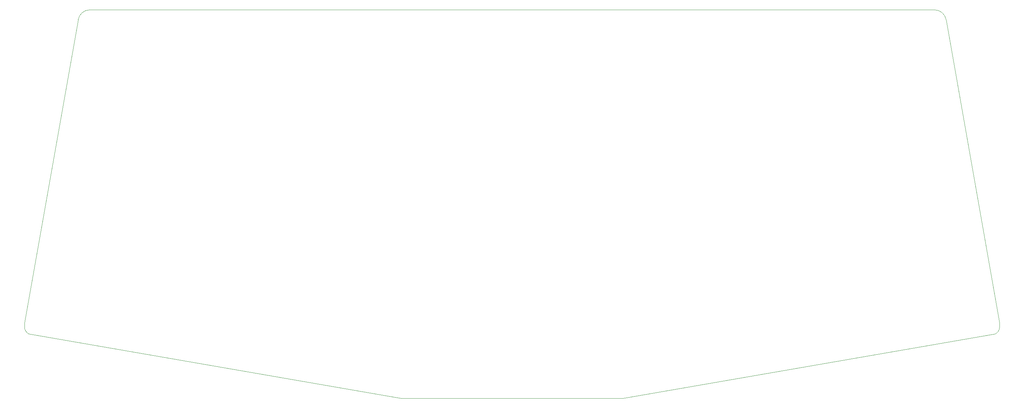
<source format=gbr>
%TF.GenerationSoftware,KiCad,Pcbnew,(5.1.10)-1*%
%TF.CreationDate,2021-09-29T15:49:19-06:00*%
%TF.ProjectId,bottom,626f7474-6f6d-42e6-9b69-6361645f7063,rev?*%
%TF.SameCoordinates,Original*%
%TF.FileFunction,Profile,NP*%
%FSLAX46Y46*%
G04 Gerber Fmt 4.6, Leading zero omitted, Abs format (unit mm)*
G04 Created by KiCad (PCBNEW (5.1.10)-1) date 2021-09-29 15:49:19*
%MOMM*%
%LPD*%
G01*
G04 APERTURE LIST*
%TA.AperFunction,Profile*%
%ADD10C,0.050000*%
%TD*%
G04 APERTURE END LIST*
D10*
X259499999Y-52506807D02*
G75*
G03*
X256540820Y-49999998I-2959184J-493192D01*
G01*
X40540818Y-52506803D02*
G75*
G02*
X43500000Y-50000000I2959182J-493197D01*
G01*
X272999997Y-130000000D02*
X273000000Y-129000000D01*
X27000000Y-130000000D02*
X27000000Y-129000000D01*
X272999997Y-130000000D02*
G75*
G02*
X271894426Y-131788852I-1999997J0D01*
G01*
X28105573Y-131788854D02*
G75*
G02*
X27000000Y-130000000I894427J1788854D01*
G01*
X28105573Y-131788854D02*
X122000000Y-148000000D01*
X178000000Y-148000000D02*
X271894426Y-131788852D01*
X43500000Y-50000000D02*
X150000000Y-50000000D01*
X27000000Y-129000000D02*
X40540818Y-52506803D01*
X150000000Y-148000000D02*
X122000000Y-148000000D01*
X178000000Y-148000000D02*
X150000000Y-148000000D01*
X259499999Y-52506807D02*
X273000000Y-129000000D01*
X150000000Y-50000000D02*
X256540820Y-49999998D01*
M02*

</source>
